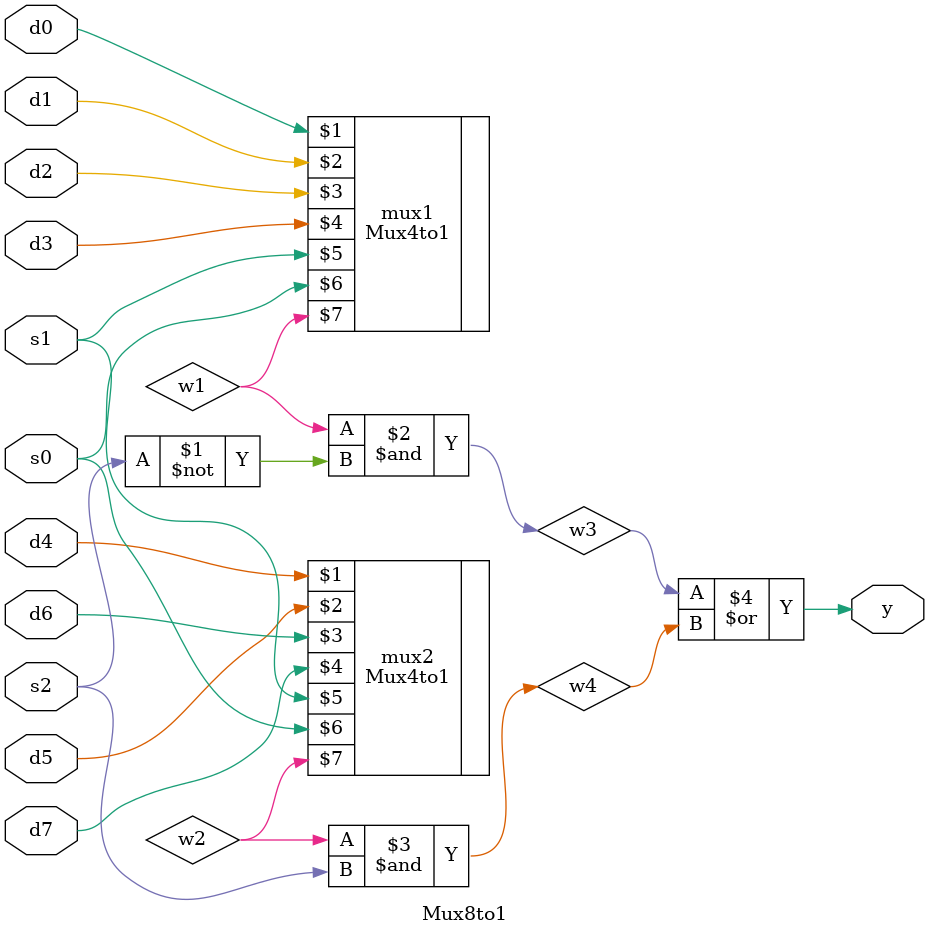
<source format=sv>
`timescale 1ns / 1ps
module Mux8to1(
    input d0,d1,d2,d3,d4,d5,d6,d7,s2,s1,s0,
    output y    
);
wire w1,w2,w3,w4;
Mux4to1 mux1(d0,d1,d2,d3,s1,s0,w1);
Mux4to1 mux2(d4,d5,d6,d7,s1,s0,w2);
and(w3,w1,(~s2));
and(w4,w2,s2);
or(y,w3,w4);

endmodule

</source>
